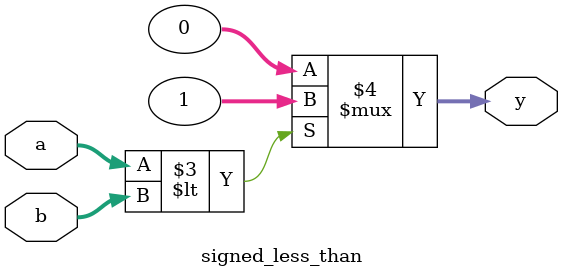
<source format=sv>
`timescale 1ns / 1ps

module Data_Path (
    input logic clk,
    input logic rst,
    input logic [31:0] instr_code,
    input logic RF_wr_en,
    input logic [3:0] alu_ctrl,

    output logic [31:0] instr_mem_addr  //Program Counter Out
);

    logic [31:0] rf_data_1;
    logic [31:0] rf_data_2;
    logic [31:0] alu_result;
    logic [31:0] PC_src_data;
    logic [31:0] PC_out_data;

    assign instr_mem_addr = PC_out_data;

    register_file U_REG_FILE (
        .clk(clk),
        .r_addr_1(instr_code[19:15]),
        .r_addr_2(instr_code[24:20]),
        .wr_addr(instr_code[11:7]),
        .wr_en(RF_wr_en),
        .wr_data(alu_result),

        .r_data_1(rf_data_1),
        .r_data_2(rf_data_2)
    );

    ALU U_ALU (
        .alu_ctrl(alu_ctrl),
        .a(rf_data_1),
        .b(rf_data_2),

        .result(alu_result)
    );

    //Use For Program Counter
    register U_PROGRAM_COUNTER (
        .clk(clk),
        .rst(rst),
        .en (1'b1),        //clk이 들어올때마다 항상 1
        .d  (PC_src_data),

        .q(PC_out_data)
    );

    adder_32b U_PC_ADDER (
        .a(PC_out_data),
        .b(32'd4),

        .y(PC_src_data)
    );

endmodule

module ALU (
    input logic [ 3:0] alu_ctrl,  //10가지 연산
    input logic [31:0] a,
    input logic [31:0] b,

    output logic [31:0] result
);

    logic [31:0] arith_shift_right;
    logic [31:0] signed_lt;
    logic [31:0] unsigned_lt;

    arithmetic_shift_right U_ARITH_SHIFT_RIGHT (
        .a(a),
        .b(b),
        .y(arith_shift_right)
    );
    signed_less_than U_SIGNED_LT (
        .a(a),
        .b(b),
        .y(signed_lt)
    );
    unsigned_less_than U_UNSIGNED_LT (
        .a(a),
        .b(b),
        .y(unsigned_lt)
    );

    always_comb begin
        result = 32'bz;  //Latch 방지용
        case (alu_ctrl)
            4'b0000: result = (a + b);  //add
            4'b0001: result = (a - b);  //sub
            4'b0010: result = (a << b);  //logical shift left
            4'b0011: result = (a >> b);  //logical shift right
            4'b0100: result = arith_shift_right;  //arithmetic shift right
            4'b0101: result = signed_lt;  //less than signed
            4'b0110: result = unsigned_lt;  //less than unsigned
            4'b0111: result = (a ^ b);  //xor
            4'b1000: result = (a | b);  //or
            4'b1001: result = (a & b);  //and
        endcase
    end

endmodule

module register_file (
    input logic clk,
    input logic [4:0] r_addr_1,
    input logic [4:0] r_addr_2,
    input logic [4:0] wr_addr,
    input logic wr_en,
    input logic [31:0] wr_data,

    output logic [31:0] r_data_1,
    output logic [31:0] r_data_2
);

    logic [31:0] mem[0:(2**5-1)];  //2^addr - 1

    //////////////////////////////////TEST용
    initial begin
        for (int i = 0; i < 32; i++) begin
            mem[i] = 10 + i;
        end
        mem[15] = 32'b1111_0000_0000_0000_0000_0000_0000_0000;
    end
    /////////////////////////////////

    always_ff @(posedge clk) begin
        if (wr_en) begin
            mem[wr_addr] <= wr_data;
        end
    end

    assign r_data_1 = (r_addr_1 == 0) ? 0 : mem[r_addr_1];
    assign r_data_2 = (r_addr_2 == 0) ? 0 : mem[r_addr_2];

endmodule

//Use For Program Counter
module register (
    input logic clk,
    input logic rst,
    input logic en,
    input logic [31:0] d,

    output logic [31:0] q
);

    always_ff @(posedge clk or posedge rst) begin
        if (rst) begin
            q <= 0;
        end else begin
            if (en) begin
                q <= d;
            end else begin
                q <= q;
            end
        end
    end

endmodule

module adder_32b (
    input logic [31:0] a,
    input logic [31:0] b,

    output logic [31:0] y
);

    assign y = a + b;

endmodule

module arithmetic_shift_right (
    input logic signed [31:0] a,
    input logic signed [31:0] b,

    output logic signed [31:0] y
);

    assign y = (a >>> b);

endmodule

module unsigned_less_than (
    input logic [31:0] a,
    input logic [31:0] b,

    output logic [31:0] y
);

    assign y = (a < b) ? 1 : 0;

endmodule

module signed_less_than (
    input logic signed [31:0] a,
    input logic signed [31:0] b,

    output logic [31:0] y
);

    assign y = (a < b) ? 1 : 0;

endmodule

</source>
